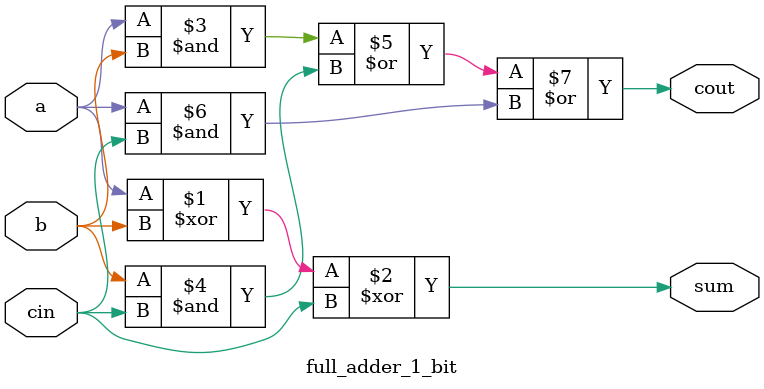
<source format=sv>
module full_adder_1_bit (
    input logic a,
    input logic b,
    input logic cin,
    output logic sum,
    output logic cout
);

assign sum = a ^ b ^ cin;
assign cout = (a & b) | (b & cin) | (a & cin);

endmodule

</source>
